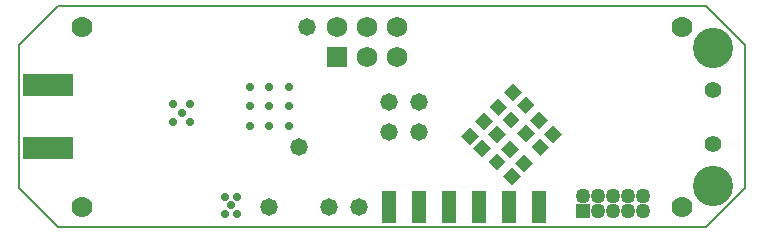
<source format=gbs>
G04 (created by PCBNEW-RS274X (2010-12-28 BZR 2695)-testing) date Sun Apr 24 11:48:03 2011*
G01*
G70*
G90*
%MOIN*%
G04 Gerber Fmt 3.4, Leading zero omitted, Abs format*
%FSLAX34Y34*%
G04 APERTURE LIST*
%ADD10C,0.008000*%
%ADD11R,0.165500X0.076900*%
%ADD12R,0.048000X0.108000*%
%ADD13R,0.068000X0.068000*%
%ADD14C,0.068000*%
%ADD15C,0.070000*%
%ADD16R,0.050000X0.050000*%
%ADD17C,0.050000*%
%ADD18C,0.029200*%
%ADD19C,0.027700*%
%ADD20C,0.058000*%
%ADD21C,0.055200*%
%ADD22C,0.134000*%
G04 APERTURE END LIST*
G54D10*
X19200Y-14320D02*
X40800Y-14320D01*
X40800Y-21680D02*
X19200Y-21680D01*
X17900Y-20380D02*
X17900Y-15620D01*
X42100Y-20380D02*
X42100Y-15620D01*
X17900Y-20380D02*
X19200Y-21680D01*
X42100Y-20380D02*
X40800Y-21680D01*
X42100Y-15620D02*
X40800Y-14320D01*
X17900Y-15620D02*
X19200Y-14320D01*
G54D11*
X18837Y-19049D03*
X18837Y-16951D03*
G54D12*
X30220Y-21000D03*
X31220Y-21000D03*
X32220Y-21000D03*
X33220Y-21000D03*
X34220Y-21000D03*
X35220Y-21000D03*
G54D13*
X28500Y-16000D03*
G54D14*
X28500Y-15000D03*
X29500Y-16000D03*
X29500Y-15000D03*
X30500Y-16000D03*
X30500Y-15000D03*
G54D15*
X20000Y-15000D03*
X40000Y-15000D03*
X40000Y-21000D03*
X20000Y-21000D03*
G54D10*
G36*
X34308Y-19675D02*
X34605Y-19972D01*
X34308Y-20269D01*
X34011Y-19972D01*
X34308Y-19675D01*
X34308Y-19675D01*
G37*
G36*
X34732Y-19251D02*
X35029Y-19548D01*
X34732Y-19845D01*
X34435Y-19548D01*
X34732Y-19251D01*
X34732Y-19251D01*
G37*
G36*
X33828Y-19195D02*
X34125Y-19492D01*
X33828Y-19789D01*
X33531Y-19492D01*
X33828Y-19195D01*
X33828Y-19195D01*
G37*
G36*
X34252Y-18771D02*
X34549Y-19068D01*
X34252Y-19365D01*
X33955Y-19068D01*
X34252Y-18771D01*
X34252Y-18771D01*
G37*
G36*
X35268Y-18715D02*
X35565Y-19012D01*
X35268Y-19309D01*
X34971Y-19012D01*
X35268Y-18715D01*
X35268Y-18715D01*
G37*
G36*
X35692Y-18291D02*
X35989Y-18588D01*
X35692Y-18885D01*
X35395Y-18588D01*
X35692Y-18291D01*
X35692Y-18291D01*
G37*
G36*
X34788Y-18235D02*
X35085Y-18532D01*
X34788Y-18829D01*
X34491Y-18532D01*
X34788Y-18235D01*
X34788Y-18235D01*
G37*
G36*
X35212Y-17811D02*
X35509Y-18108D01*
X35212Y-18405D01*
X34915Y-18108D01*
X35212Y-17811D01*
X35212Y-17811D01*
G37*
G54D16*
X36700Y-21150D03*
G54D17*
X36700Y-20650D03*
X37200Y-21150D03*
X37200Y-20650D03*
X37700Y-21150D03*
X37700Y-20650D03*
X38200Y-21150D03*
X38200Y-20650D03*
X38700Y-21150D03*
X38700Y-20650D03*
G54D10*
G36*
X33205Y-18628D02*
X32908Y-18925D01*
X32611Y-18628D01*
X32908Y-18331D01*
X33205Y-18628D01*
X33205Y-18628D01*
G37*
G36*
X33629Y-19052D02*
X33332Y-19349D01*
X33035Y-19052D01*
X33332Y-18755D01*
X33629Y-19052D01*
X33629Y-19052D01*
G37*
G36*
X33685Y-18148D02*
X33388Y-18445D01*
X33091Y-18148D01*
X33388Y-17851D01*
X33685Y-18148D01*
X33685Y-18148D01*
G37*
G36*
X34109Y-18572D02*
X33812Y-18869D01*
X33515Y-18572D01*
X33812Y-18275D01*
X34109Y-18572D01*
X34109Y-18572D01*
G37*
G36*
X34165Y-17668D02*
X33868Y-17965D01*
X33571Y-17668D01*
X33868Y-17371D01*
X34165Y-17668D01*
X34165Y-17668D01*
G37*
G36*
X34589Y-18092D02*
X34292Y-18389D01*
X33995Y-18092D01*
X34292Y-17795D01*
X34589Y-18092D01*
X34589Y-18092D01*
G37*
G36*
X34645Y-17188D02*
X34348Y-17485D01*
X34051Y-17188D01*
X34348Y-16891D01*
X34645Y-17188D01*
X34645Y-17188D01*
G37*
G36*
X35069Y-17612D02*
X34772Y-17909D01*
X34475Y-17612D01*
X34772Y-17315D01*
X35069Y-17612D01*
X35069Y-17612D01*
G37*
G54D18*
X26231Y-17640D03*
X25581Y-17640D03*
X25581Y-16990D03*
X26231Y-16990D03*
X26881Y-16990D03*
X26881Y-17640D03*
X26881Y-18290D03*
X26231Y-18290D03*
X25581Y-18290D03*
G54D19*
X23306Y-17872D03*
X23011Y-18167D03*
X23601Y-18167D03*
X23601Y-17577D03*
X23011Y-17577D03*
G54D18*
X24940Y-20940D03*
X24743Y-21235D03*
X25137Y-21235D03*
X25137Y-20664D03*
X24743Y-20664D03*
G54D20*
X26220Y-21000D03*
X29220Y-21000D03*
X28220Y-21000D03*
X27220Y-19000D03*
X27500Y-15000D03*
X30220Y-17500D03*
X31220Y-17500D03*
X31220Y-18500D03*
X30220Y-18500D03*
G54D21*
X41017Y-17104D03*
X41017Y-18896D03*
G54D22*
X41017Y-15697D03*
X41017Y-20303D03*
M02*

</source>
